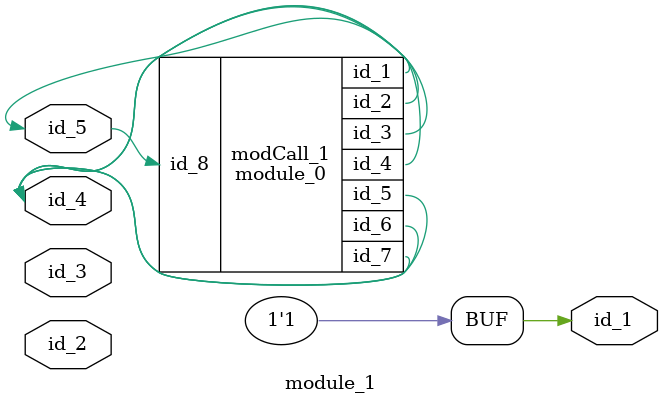
<source format=v>
module module_0 (
    id_1,
    id_2,
    id_3,
    id_4,
    id_5,
    id_6,
    id_7,
    id_8
);
  input wire id_8;
  inout wire id_7;
  inout wire id_6;
  output wire id_5;
  inout wire id_4;
  output wire id_3;
  inout wire id_2;
  inout wire id_1;
  assign id_5 = id_4;
endmodule
module module_1 (
    id_1,
    id_2,
    id_3,
    id_4,
    id_5
);
  inout wire id_5;
  inout wire id_4;
  input wire id_3;
  input wire id_2;
  output wire id_1;
  assign id_1 = 1;
  module_0 modCall_1 (
      id_4,
      id_4,
      id_5,
      id_4,
      id_4,
      id_4,
      id_4,
      id_5
  );
endmodule

</source>
